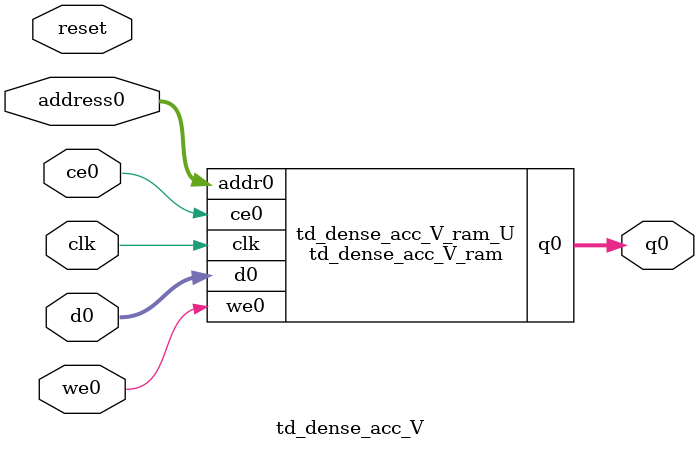
<source format=v>
`timescale 1 ns / 1 ps
module td_dense_acc_V_ram (addr0, ce0, d0, we0, q0,  clk);

parameter DWIDTH = 11;
parameter AWIDTH = 3;
parameter MEM_SIZE = 8;

input[AWIDTH-1:0] addr0;
input ce0;
input[DWIDTH-1:0] d0;
input we0;
output reg[DWIDTH-1:0] q0;
input clk;

(* ram_style = "distributed" *)reg [DWIDTH-1:0] ram[0:MEM_SIZE-1];




always @(posedge clk)  
begin 
    if (ce0) begin
        if (we0) 
            ram[addr0] <= d0; 
        q0 <= ram[addr0];
    end
end


endmodule

`timescale 1 ns / 1 ps
module td_dense_acc_V(
    reset,
    clk,
    address0,
    ce0,
    we0,
    d0,
    q0);

parameter DataWidth = 32'd11;
parameter AddressRange = 32'd8;
parameter AddressWidth = 32'd3;
input reset;
input clk;
input[AddressWidth - 1:0] address0;
input ce0;
input we0;
input[DataWidth - 1:0] d0;
output[DataWidth - 1:0] q0;



td_dense_acc_V_ram td_dense_acc_V_ram_U(
    .clk( clk ),
    .addr0( address0 ),
    .ce0( ce0 ),
    .we0( we0 ),
    .d0( d0 ),
    .q0( q0 ));

endmodule


</source>
